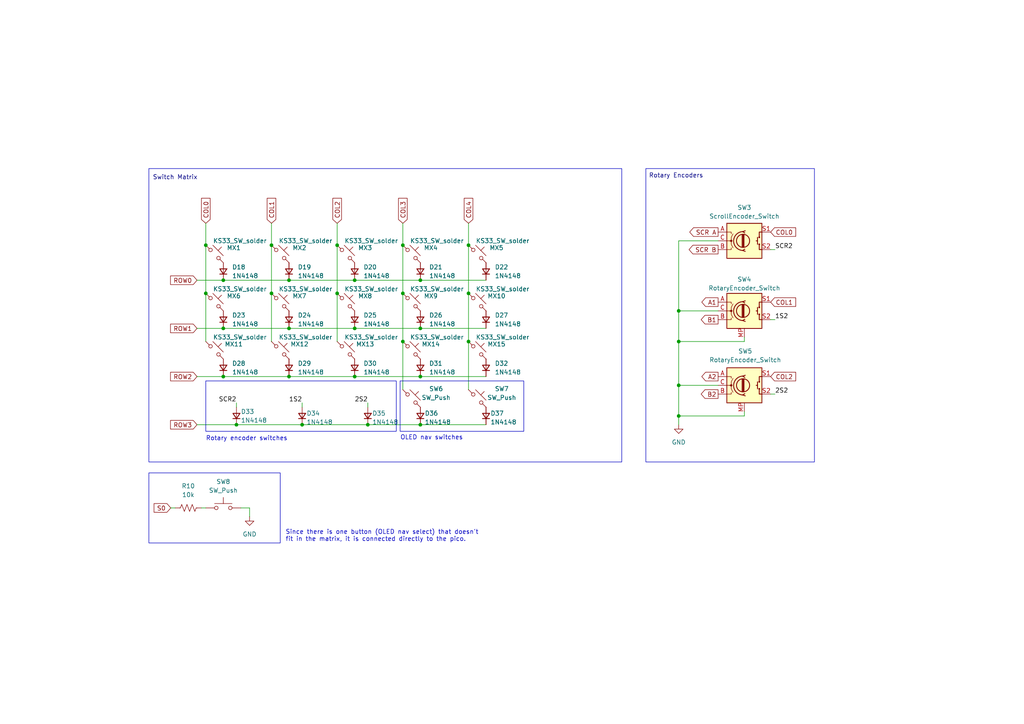
<source format=kicad_sch>
(kicad_sch (version 20250114) (generator "eeschema") (generator_version "9.0")
  (paper "A4")
  (lib_symbols
    (symbol "Device:D_Small" (pin_numbers (hide yes)) (pin_names (offset 0.254) (hide yes))
      (property "Reference" "D" (at -1.27 2.032 0))
      (property "Value" "D_Small" (at -3.81 -2.032 0))
      (symbol "D_Small_0_1"
        (polyline (pts (xy -0.762 0) (xy 0.762 0)))
        (polyline (pts (xy -0.762 -1.016) (xy -0.762 1.016)) (stroke (width 0.254)))
        (polyline (pts (xy 0.762 -1.016) (xy -0.762 0) (xy 0.762 1.016) (xy 0.762 -1.016)) (stroke (width 0.254)))
      )
      (symbol "D_Small_1_1"
        (pin passive line (at -2.54 0 0) (length 1.778) (name "K") (number "1"))
        (pin passive line (at 2.54 0 180) (length 1.778) (name "A") (number "2"))
      )
    )
    (symbol "Device:R_US" (pin_numbers (hide yes)) (pin_names (offset 0))
      (property "Reference" "R" (at 2.54 0 90))
      (property "Value" "R_US" (at -2.54 0 90))
      (symbol "R_US_0_1"
        (polyline (pts (xy 0 2.286) (xy 0 2.54)))
        (polyline (pts (xy 0 2.286) (xy 1.016 1.905) (xy 0 1.524) (xy -1.016 1.143) (xy 0 0.762)))
        (polyline (pts (xy 0 0.762) (xy 1.016 0.381) (xy 0 0) (xy -1.016 -0.381) (xy 0 -0.762)))
        (polyline (pts (xy 0 -0.762) (xy 1.016 -1.143) (xy 0 -1.524) (xy -1.016 -1.905) (xy 0 -2.286)))
        (polyline (pts (xy 0 -2.286) (xy 0 -2.54)))
      )
      (symbol "R_US_1_1"
        (pin passive line (at 0 3.81 270) (length 1.27) (name "~") (number "1"))
        (pin passive line (at 0 -3.81 90) (length 1.27) (name "~") (number "2"))
      )
    )
    (symbol "Device:RotaryEncoder_Switch" (pin_names (offset 0.254) (hide yes))
      (property "Reference" "SW" (at 0 6.604 0))
      (property "Value" "RotaryEncoder_Switch" (at 0 -6.604 0))
      (symbol "RotaryEncoder_Switch_0_1"
        (rectangle (start -5.08 5.08) (end 5.08 -5.08) (stroke (width 0.254)) (fill (type background)))
        (polyline (pts (xy -5.08 2.54) (xy -3.81 2.54) (xy -3.81 2.032)))
        (polyline (pts (xy -5.08 0) (xy -3.81 0) (xy -3.81 -1.016) (xy -3.302 -2.032)))
        (polyline (pts (xy -5.08 -2.54) (xy -3.81 -2.54) (xy -3.81 -2.032)))
        (polyline (pts (xy -4.318 0) (xy -3.81 0) (xy -3.81 1.016) (xy -3.302 2.032)))
        (circle (center -3.81 0) (radius 0.254) (fill (type outline)))
        (polyline (pts (xy -0.635 -1.778) (xy -0.635 1.778)) (stroke (width 0.254)))
        (circle (center -0.381 0) (radius 1.905) (stroke (width 0.254)))
        (polyline (pts (xy -0.381 -1.778) (xy -0.381 1.778)) (stroke (width 0.254)))
        (arc (start -0.381 -2.794) (mid -3.0988 -0.0635) (end -0.381 2.667) (stroke (width 0.254)))
        (polyline (pts (xy -0.127 1.778) (xy -0.127 -1.778)) (stroke (width 0.254)))
        (polyline (pts (xy 0.254 2.921) (xy -0.508 2.667) (xy 0.127 2.286)) (stroke (width 0.254)))
        (polyline (pts (xy 0.254 -3.048) (xy -0.508 -2.794) (xy 0.127 -2.413)) (stroke (width 0.254)))
        (polyline (pts (xy 3.81 1.016) (xy 3.81 -1.016)) (stroke (width 0.254)))
        (polyline (pts (xy 3.81 0) (xy 3.429 0)) (stroke (width 0.254)))
        (circle (center 4.318 1.016) (radius 0.127) (stroke (width 0.254)))
        (circle (center 4.318 -1.016) (radius 0.127) (stroke (width 0.254)))
        (polyline (pts (xy 5.08 2.54) (xy 4.318 2.54) (xy 4.318 1.016)) (stroke (width 0.254)))
        (polyline (pts (xy 5.08 -2.54) (xy 4.318 -2.54) (xy 4.318 -1.016)) (stroke (width 0.254)))
      )
      (symbol "RotaryEncoder_Switch_1_1"
        (pin passive line (at -7.62 2.54 0) (length 2.54) (name "A") (number "A"))
        (pin passive line (at -7.62 0 0) (length 2.54) (name "C") (number "C"))
        (pin passive line (at -7.62 -2.54 0) (length 2.54) (name "B") (number "B"))
        (pin passive line (at 7.62 2.54 180) (length 2.54) (name "S1") (number "S1"))
        (pin passive line (at 7.62 -2.54 180) (length 2.54) (name "S2") (number "S2"))
      )
    )
    (symbol "Device:RotaryEncoder_Switch_MP" (pin_names (offset 0.254) (hide yes))
      (property "Reference" "SW" (at 0 8.89 0))
      (property "Value" "RotaryEncoder_Switch_MP" (at 0 6.35 0))
      (symbol "RotaryEncoder_Switch_MP_0_1"
        (rectangle (start -5.08 5.08) (end 5.08 -5.08) (stroke (width 0.254)) (fill (type background)))
        (polyline (pts (xy -5.08 2.54) (xy -3.81 2.54) (xy -3.81 2.032)))
        (polyline (pts (xy -5.08 0) (xy -3.81 0) (xy -3.81 -1.016) (xy -3.302 -2.032)))
        (polyline (pts (xy -5.08 -2.54) (xy -3.81 -2.54) (xy -3.81 -2.032)))
        (polyline (pts (xy -4.318 0) (xy -3.81 0) (xy -3.81 1.016) (xy -3.302 2.032)))
        (circle (center -3.81 0) (radius 0.254) (fill (type outline)))
        (polyline (pts (xy -0.635 -1.778) (xy -0.635 1.778)) (stroke (width 0.254)))
        (circle (center -0.381 0) (radius 1.905) (stroke (width 0.254)))
        (polyline (pts (xy -0.381 -1.778) (xy -0.381 1.778)) (stroke (width 0.254)))
        (arc (start -0.381 -2.794) (mid -3.0988 -0.0635) (end -0.381 2.667) (stroke (width 0.254)))
        (polyline (pts (xy -0.127 1.778) (xy -0.127 -1.778)) (stroke (width 0.254)))
        (polyline (pts (xy 0.254 2.921) (xy -0.508 2.667) (xy 0.127 2.286)) (stroke (width 0.254)))
        (polyline (pts (xy 0.254 -3.048) (xy -0.508 -2.794) (xy 0.127 -2.413)) (stroke (width 0.254)))
        (polyline (pts (xy 3.81 1.016) (xy 3.81 -1.016)) (stroke (width 0.254)))
        (polyline (pts (xy 3.81 0) (xy 3.429 0)) (stroke (width 0.254)))
        (circle (center 4.318 1.016) (radius 0.127) (stroke (width 0.254)))
        (circle (center 4.318 -1.016) (radius 0.127) (stroke (width 0.254)))
        (polyline (pts (xy 5.08 2.54) (xy 4.318 2.54) (xy 4.318 1.016)) (stroke (width 0.254)))
        (polyline (pts (xy 5.08 -2.54) (xy 4.318 -2.54) (xy 4.318 -1.016)) (stroke (width 0.254)))
      )
      (symbol "RotaryEncoder_Switch_MP_1_1"
        (pin passive line (at -7.62 2.54 0) (length 2.54) (name "A") (number "A"))
        (pin passive line (at -7.62 0 0) (length 2.54) (name "C") (number "C"))
        (pin passive line (at -7.62 -2.54 0) (length 2.54) (name "B") (number "B"))
        (pin passive line (at 0 -7.62 90) (length 2.54) (name "MP") (number "MP"))
        (pin passive line (at 7.62 2.54 180) (length 2.54) (name "S1") (number "S1"))
        (pin passive line (at 7.62 -2.54 180) (length 2.54) (name "S2") (number "S2"))
      )
    )
    (symbol "Switch:SW_Push" (pin_numbers (hide yes)) (pin_names (offset 1.016) (hide yes))
      (property "Reference" "SW" (at 1.27 2.54 0))
      (property "Value" "SW_Push" (at 0 -1.524 0))
      (symbol "SW_Push_0_1"
        (circle (center -2.032 0) (radius 0.508))
        (polyline (pts (xy 0 1.27) (xy 0 3.048)))
        (circle (center 2.032 0) (radius 0.508))
        (polyline (pts (xy 2.54 1.27) (xy -2.54 1.27)))
        (pin passive line (at -5.08 0 0) (length 2.54) (name "1") (number "1"))
        (pin passive line (at 5.08 0 180) (length 2.54) (name "2") (number "2"))
      )
    )
    (symbol "Switch:SW_Push_45deg" (pin_numbers (hide yes)) (pin_names (offset 1.016) (hide yes))
      (property "Reference" "SW" (at 3.048 1.016 0))
      (property "Value" "SW_Push_45deg" (at 0 -3.81 0))
      (symbol "SW_Push_45deg_0_1"
        (polyline (pts (xy -2.54 2.54) (xy -1.524 1.524) (xy -1.524 1.524)))
        (circle (center -1.1684 1.1684) (radius 0.508))
        (polyline (pts (xy -0.508 2.54) (xy 2.54 -0.508)))
        (polyline (pts (xy 1.016 1.016) (xy 2.032 2.032)))
        (circle (center 1.143 -1.1938) (radius 0.508))
        (polyline (pts (xy 1.524 -1.524) (xy 2.54 -2.54) (xy 2.54 -2.54) (xy 2.54 -2.54)))
        (pin passive line (at -2.54 2.54 0) (length 0) (name "1") (number "1"))
        (pin passive line (at 2.54 -2.54 180) (length 0) (name "2") (number "2"))
      )
    )
    (symbol "power:GND" (power) (pin_numbers (hide yes)) (pin_names (offset 0) (hide yes))
      (property "Value" "GND" (at 0 -3.81 0))
      (symbol "GND_0_1"
        (polyline (pts (xy 0 0) (xy 0 -1.27) (xy 1.27 -1.27) (xy 0 -2.54) (xy -1.27 -1.27) (xy 0 -1.27)))
      )
      (symbol "GND_1_1"
        (pin power_in line (at 0 0 270) (length 0) (name "~") (number "1"))
      )
    )
  )
  (rectangle (start 116.0463 110.49) (end 151.9237 125.095))
  (rectangle (start 43.18 48.895) (end 180.34 133.985))
  (rectangle (start 59.69 110.4899) (end 114.935 125.0949))
  (rectangle (start 43.18 137.16) (end 81.28 157.48))
  (rectangle (start 187.325 48.895) (end 236.22 133.985))
  (text "Rotary encoder switches" (at 59.69 127.254 0) (effects (font (size 1.27 1.27)) (justify left)))
  (text "OLED nav switches" (at 116.078 127 0) (effects (font (size 1.27 1.27)) (justify left)))
  (text "Rotary Encoders" (at 196.088 51.054 0) (effects (font (size 1.27 1.27))))
  (text "Since there is one button (OLED nav select) that doesn't\nfit in the matrix, it is connected directly to the pico." (at 82.804 155.448 0) (effects (font (size 1.27 1.27)) (justify left)))
  (text "Switch Matrix" (at 50.8 51.562 0) (effects (font (size 1.27 1.27))))
  (junction (at 78.74 71.12))
  (junction (at 121.92 95.25))
  (junction (at 121.92 123.19))
  (junction (at 116.84 99.06))
  (junction (at 59.69 71.12))
  (junction (at 64.77 109.22))
  (junction (at 102.87 109.22))
  (junction (at 83.82 81.28))
  (junction (at 87.63 123.19))
  (junction (at 102.87 95.25))
  (junction (at 196.85 120.65))
  (junction (at 116.84 85.09))
  (junction (at 196.85 111.76))
  (junction (at 78.74 85.09))
  (junction (at 83.82 95.25))
  (junction (at 121.92 81.28))
  (junction (at 121.92 109.22))
  (junction (at 135.89 71.12))
  (junction (at 106.68 123.19))
  (junction (at 97.79 71.12))
  (junction (at 116.84 71.12))
  (junction (at 135.89 99.06))
  (junction (at 83.82 109.22))
  (junction (at 135.89 85.09))
  (junction (at 64.77 81.28))
  (junction (at 64.77 95.25))
  (junction (at 68.58 123.19))
  (junction (at 97.79 85.09))
  (junction (at 102.87 81.28))
  (junction (at 59.69 85.09))
  (junction (at 196.85 90.17))
  (junction (at 196.85 99.06))
  (wire (pts (xy 59.69 147.32) (xy 58.42 147.32)))
  (wire (pts (xy 59.69 64.77) (xy 59.69 71.12)))
  (wire (pts (xy 57.15 81.28) (xy 64.77 81.28)))
  (wire (pts (xy 57.15 123.19) (xy 68.58 123.19)))
  (wire (pts (xy 121.92 109.22) (xy 140.97 109.22)))
  (wire (pts (xy 64.77 109.22) (xy 83.82 109.22)))
  (wire (pts (xy 78.74 85.09) (xy 78.74 99.06)))
  (wire (pts (xy 59.69 85.09) (xy 59.69 99.06)))
  (wire (pts (xy 121.92 81.28) (xy 140.97 81.28)))
  (wire (pts (xy 72.39 147.32) (xy 72.39 149.86)))
  (wire (pts (xy 68.58 123.19) (xy 87.63 123.19)))
  (wire (pts (xy 196.85 99.06) (xy 196.85 111.76)))
  (wire (pts (xy 135.89 64.77) (xy 135.89 71.12)))
  (wire (pts (xy 224.79 114.3) (xy 223.52 114.3)))
  (wire (pts (xy 57.15 109.22) (xy 64.77 109.22)))
  (wire (pts (xy 196.85 99.06) (xy 215.9 99.06)))
  (wire (pts (xy 64.77 81.28) (xy 83.82 81.28)))
  (wire (pts (xy 196.85 69.85) (xy 208.28 69.85)))
  (wire (pts (xy 208.28 111.76) (xy 196.85 111.76)))
  (wire (pts (xy 69.85 147.32) (xy 72.39 147.32)))
  (wire (pts (xy 121.92 123.19) (xy 140.97 123.19)))
  (wire (pts (xy 102.87 81.28) (xy 121.92 81.28)))
  (wire (pts (xy 116.84 85.09) (xy 116.84 99.06)))
  (wire (pts (xy 59.69 71.12) (xy 59.69 85.09)))
  (wire (pts (xy 83.82 81.28) (xy 102.87 81.28)))
  (wire (pts (xy 97.79 71.12) (xy 97.79 85.09)))
  (wire (pts (xy 215.9 119.38) (xy 215.9 120.65)))
  (wire (pts (xy 83.82 109.22) (xy 102.87 109.22)))
  (wire (pts (xy 224.79 72.39) (xy 223.52 72.39)))
  (wire (pts (xy 87.63 123.19) (xy 106.68 123.19)))
  (wire (pts (xy 121.92 95.25) (xy 140.97 95.25)))
  (wire (pts (xy 102.87 109.22) (xy 121.92 109.22)))
  (wire (pts (xy 196.85 90.17) (xy 208.28 90.17)))
  (wire (pts (xy 215.9 97.79) (xy 215.9 99.06)))
  (wire (pts (xy 116.84 64.77) (xy 116.84 71.12)))
  (wire (pts (xy 106.68 123.19) (xy 121.92 123.19)))
  (wire (pts (xy 87.63 116.84) (xy 87.63 118.11)))
  (wire (pts (xy 196.85 69.85) (xy 196.85 90.17)))
  (wire (pts (xy 97.79 64.77) (xy 97.79 71.12)))
  (wire (pts (xy 196.85 111.76) (xy 196.85 120.65)))
  (wire (pts (xy 57.15 95.25) (xy 64.77 95.25)))
  (wire (pts (xy 215.9 120.65) (xy 196.85 120.65)))
  (wire (pts (xy 68.58 116.84) (xy 68.58 118.11)))
  (wire (pts (xy 116.84 99.06) (xy 116.84 113.03)))
  (wire (pts (xy 106.68 116.84) (xy 106.68 118.11)))
  (wire (pts (xy 196.85 90.17) (xy 196.85 99.06)))
  (wire (pts (xy 83.82 95.25) (xy 102.87 95.25)))
  (wire (pts (xy 135.89 99.06) (xy 135.89 113.03)))
  (wire (pts (xy 135.89 85.09) (xy 135.89 99.06)))
  (wire (pts (xy 224.79 92.71) (xy 223.52 92.71)))
  (wire (pts (xy 78.74 71.12) (xy 78.74 85.09)))
  (wire (pts (xy 49.53 147.32) (xy 50.8 147.32)))
  (wire (pts (xy 102.87 95.25) (xy 121.92 95.25)))
  (wire (pts (xy 64.77 95.25) (xy 83.82 95.25)))
  (wire (pts (xy 116.84 71.12) (xy 116.84 85.09)))
  (wire (pts (xy 78.74 64.77) (xy 78.74 71.12)))
  (wire (pts (xy 135.89 71.12) (xy 135.89 85.09)))
  (wire (pts (xy 97.79 85.09) (xy 97.79 99.06)))
  (wire (pts (xy 196.85 120.65) (xy 196.85 123.19)))
  (label "1S2" (at 87.63 116.84 180))
  (label "SCR2" (at 224.79 72.39 0))
  (label "SCR2" (at 68.58 116.84 180))
  (label "2S2" (at 106.68 116.84 180))
  (label "2S2" (at 224.79 114.3 0))
  (label "1S2" (at 224.79 92.71 0))
  (global_label "B2" (shape output) (at 208.28 114.3 180) (property "Intersheetrefs" "${INTERSHEET_REFS}" (effects (hide yes))))
  (global_label "SCR A" (shape output) (at 208.28 67.31 180) (property "Intersheetrefs" "${INTERSHEET_REFS}" (effects (hide yes))))
  (global_label "A1" (shape output) (at 208.28 87.63 180) (property "Intersheetrefs" "${INTERSHEET_REFS}" (effects (hide yes))))
  (global_label "ROW2" (shape input) (at 57.15 109.22 180) (property "Intersheetrefs" "${INTERSHEET_REFS}" (effects (hide yes))))
  (global_label "COL4" (shape input) (at 135.89 64.77 90) (property "Intersheetrefs" "${INTERSHEET_REFS}" (effects (hide yes))))
  (global_label "S0" (shape input) (at 49.53 147.32 180) (property "Intersheetrefs" "${INTERSHEET_REFS}" (effects (hide yes))))
  (global_label "COL1" (shape input) (at 78.74 64.77 90) (property "Intersheetrefs" "${INTERSHEET_REFS}" (effects (hide yes))))
  (global_label "A2" (shape output) (at 208.28 109.22 180) (property "Intersheetrefs" "${INTERSHEET_REFS}" (effects (hide yes))))
  (global_label "COL0" (shape input) (at 223.52 67.31 0) (property "Intersheetrefs" "${INTERSHEET_REFS}" (effects (hide yes))))
  (global_label "COL2" (shape input) (at 97.79 64.77 90) (property "Intersheetrefs" "${INTERSHEET_REFS}" (effects (hide yes))))
  (global_label "COL0" (shape input) (at 59.69 64.77 90) (property "Intersheetrefs" "${INTERSHEET_REFS}" (effects (hide yes))))
  (global_label "SCR B" (shape output) (at 208.28 72.39 180) (property "Intersheetrefs" "${INTERSHEET_REFS}" (effects (hide yes))))
  (global_label "B1" (shape output) (at 208.28 92.71 180) (property "Intersheetrefs" "${INTERSHEET_REFS}" (effects (hide yes))))
  (global_label "ROW1" (shape input) (at 57.15 95.25 180) (property "Intersheetrefs" "${INTERSHEET_REFS}" (effects (hide yes))))
  (global_label "COL1" (shape input) (at 223.52 87.63 0) (property "Intersheetrefs" "${INTERSHEET_REFS}" (effects (hide yes))))
  (global_label "COL3" (shape input) (at 116.84 64.77 90) (property "Intersheetrefs" "${INTERSHEET_REFS}" (effects (hide yes))))
  (global_label "ROW3" (shape input) (at 57.15 123.19 180) (property "Intersheetrefs" "${INTERSHEET_REFS}" (effects (hide yes))))
  (global_label "ROW0" (shape input) (at 57.15 81.28 180) (property "Intersheetrefs" "${INTERSHEET_REFS}" (effects (hide yes))))
  (global_label "COL2" (shape input) (at 223.52 109.22 0) (property "Intersheetrefs" "${INTERSHEET_REFS}" (effects (hide yes))))
  (symbol (lib_id "Device:RotaryEncoder_Switch") (at 215.9 69.85 0) (unit 1)
    (property "Reference" "SW3" (at 215.9 60.198 0))
    (property "Value" "ScrollEncoder_Switch" (at 215.9 62.738 0))
    (property "Footprint" "macropad_components:CKW12" (effects (hide yes)))
    (property "Description" "Rotary encoder, dual channel, incremental quadrate outputs, with switch" (effects (hide yes)))
  )
  (symbol (lib_id "Switch:SW_Push_45deg") (at 81.28 101.6 0) (unit 1)
    (property "Reference" "MX12" (at 86.868 99.822 0))
    (property "Value" "KS33_SW_solder" (at 88.646 97.79 0))
    (property "Footprint" "macropad_components:SW_KS33_1u" (effects (hide yes)))
    (property "Description" "Push button switch, normally open, two pins, 45° tilted" (effects (hide yes)))
  )
  (symbol (lib_id "Switch:SW_Push_45deg") (at 119.38 87.63 0) (unit 1)
    (property "Reference" "MX9" (at 124.968 85.852 0))
    (property "Value" "KS33_SW_solder" (at 126.746 83.82 0))
    (property "Footprint" "macropad_components:SW_KS33_1u" (effects (hide yes)))
    (property "Description" "Push button switch, normally open, two pins, 45° tilted" (effects (hide yes)))
  )
  (symbol (lib_id "Device:RotaryEncoder_Switch_MP") (at 215.9 90.17 0) (unit 1)
    (property "Reference" "SW4" (at 215.9 81.026 0))
    (property "Value" "RotaryEncoder_Switch" (at 215.9 83.566 0))
    (property "Footprint" "Rotary_Encoder:RotaryEncoder_Alps_EC11E-Switch_Vertical_H20mm" (effects (hide yes)))
    (property "Description" "Rotary encoder, dual channel, incremental quadrate outputs, with switch and MP Pin" (effects (hide yes)))
  )
  (symbol (lib_id "Device:D_Small") (at 83.82 92.71 90) (unit 1)
    (property "Reference" "D24" (at 86.36 91.4399 90) (effects (justify right)))
    (property "Value" "1N4148" (at 86.36 93.9799 90) (effects (justify right)))
    (property "Footprint" "macropad_components:Diode_DO-35" (effects (hide yes)))
    (property "Description" "Diode, small symbol" (effects (hide yes)))
    (property "Sim.Device" "D" (effects (hide yes)))
    (property "Sim.Pins" "1=K 2=A" (effects (hide yes)))
    (property "MF" "onsemi" (effects (hide yes)))
    (property "MAXIMUM_PACKAGE_HEIGHT" "1.91mm" (effects (hide yes)))
    (property "Package" "AXIAL LEAD-2 ON Semiconductor" (effects (hide yes)))
    (property "Price" "None" (effects (hide yes)))
    (property "Check_prices" "https://www.snapeda.com/parts/1N4148/Onsemi/view-part/?ref=eda" (effects (hide yes)))
    (property "STANDARD" "IPC-7351B" (effects (hide yes)))
    (property "PARTREV" "5" (effects (hide yes)))
    (property "SnapEDA_Link" "https://www.snapeda.com/parts/1N4148/Onsemi/view-part/?ref=snap" (effects (hide yes)))
    (property "MP" "1N4148" (effects (hide yes)))
    (property "Description_1" "Diode Standard 75V 200mA Surface Mount SOD-523F" (effects (hide yes)))
    (property "Availability" "In Stock" (effects (hide yes)))
    (property "MANUFACTURER" "Onsemi" (effects (hide yes)))
  )
  (symbol (lib_id "Device:RotaryEncoder_Switch_MP") (at 215.9 111.76 0) (unit 1)
    (property "Reference" "SW5" (at 216.154 101.854 0))
    (property "Value" "RotaryEncoder_Switch" (at 216.154 104.394 0))
    (property "Footprint" "Rotary_Encoder:RotaryEncoder_Alps_EC11E-Switch_Vertical_H20mm" (effects (hide yes)))
    (property "Description" "Rotary encoder, dual channel, incremental quadrate outputs, with switch and MP Pin" (effects (hide yes)))
  )
  (symbol (lib_id "Switch:SW_Push_45deg") (at 100.33 101.6 0) (unit 1)
    (property "Reference" "MX13" (at 105.918 99.822 0))
    (property "Value" "KS33_SW_solder" (at 107.696 97.79 0))
    (property "Footprint" "macropad_components:SW_KS33_1u" (effects (hide yes)))
    (property "Description" "Push button switch, normally open, two pins, 45° tilted" (effects (hide yes)))
  )
  (symbol (lib_id "Device:D_Small") (at 102.87 106.68 90) (unit 1)
    (property "Reference" "D30" (at 105.41 105.4099 90) (effects (justify right)))
    (property "Value" "1N4148" (at 105.41 107.9499 90) (effects (justify right)))
    (property "Footprint" "macropad_components:Diode_DO-35" (effects (hide yes)))
    (property "Description" "Diode, small symbol" (effects (hide yes)))
    (property "Sim.Device" "D" (effects (hide yes)))
    (property "Sim.Pins" "1=K 2=A" (effects (hide yes)))
    (property "MF" "onsemi" (effects (hide yes)))
    (property "MAXIMUM_PACKAGE_HEIGHT" "1.91mm" (effects (hide yes)))
    (property "Package" "AXIAL LEAD-2 ON Semiconductor" (effects (hide yes)))
    (property "Price" "None" (effects (hide yes)))
    (property "Check_prices" "https://www.snapeda.com/parts/1N4148/Onsemi/view-part/?ref=eda" (effects (hide yes)))
    (property "STANDARD" "IPC-7351B" (effects (hide yes)))
    (property "PARTREV" "5" (effects (hide yes)))
    (property "SnapEDA_Link" "https://www.snapeda.com/parts/1N4148/Onsemi/view-part/?ref=snap" (effects (hide yes)))
    (property "MP" "1N4148" (effects (hide yes)))
    (property "Description_1" "Diode Standard 75V 200mA Surface Mount SOD-523F" (effects (hide yes)))
    (property "Availability" "In Stock" (effects (hide yes)))
    (property "MANUFACTURER" "Onsemi" (effects (hide yes)))
  )
  (symbol (lib_id "Device:D_Small") (at 121.92 106.68 90) (unit 1)
    (property "Reference" "D31" (at 124.46 105.4099 90) (effects (justify right)))
    (property "Value" "1N4148" (at 124.46 107.9499 90) (effects (justify right)))
    (property "Footprint" "macropad_components:Diode_DO-35" (effects (hide yes)))
    (property "Description" "Diode, small symbol" (effects (hide yes)))
    (property "Sim.Device" "D" (effects (hide yes)))
    (property "Sim.Pins" "1=K 2=A" (effects (hide yes)))
    (property "MF" "onsemi" (effects (hide yes)))
    (property "MAXIMUM_PACKAGE_HEIGHT" "1.91mm" (effects (hide yes)))
    (property "Package" "AXIAL LEAD-2 ON Semiconductor" (effects (hide yes)))
    (property "Price" "None" (effects (hide yes)))
    (property "Check_prices" "https://www.snapeda.com/parts/1N4148/Onsemi/view-part/?ref=eda" (effects (hide yes)))
    (property "STANDARD" "IPC-7351B" (effects (hide yes)))
    (property "PARTREV" "5" (effects (hide yes)))
    (property "SnapEDA_Link" "https://www.snapeda.com/parts/1N4148/Onsemi/view-part/?ref=snap" (effects (hide yes)))
    (property "MP" "1N4148" (effects (hide yes)))
    (property "Description_1" "Diode Standard 75V 200mA Surface Mount SOD-523F" (effects (hide yes)))
    (property "Availability" "In Stock" (effects (hide yes)))
    (property "MANUFACTURER" "Onsemi" (effects (hide yes)))
  )
  (symbol (lib_id "Device:D_Small") (at 106.68 120.65 90) (unit 1)
    (property "Reference" "D35" (at 107.95 119.888 90) (effects (justify right)))
    (property "Value" "1N4148" (at 107.95 122.428 90) (effects (justify right)))
    (property "Footprint" "macropad_components:Diode_DO-35" (effects (hide yes)))
    (property "Description" "Diode, small symbol" (effects (hide yes)))
    (property "MF" "onsemi" (effects (hide yes)))
    (property "MAXIMUM_PACKAGE_HEIGHT" "1.91mm" (effects (hide yes)))
    (property "Package" "AXIAL LEAD-2 ON Semiconductor" (effects (hide yes)))
    (property "Price" "None" (effects (hide yes)))
    (property "Check_prices" "https://www.snapeda.com/parts/1N4148/Onsemi/view-part/?ref=eda" (effects (hide yes)))
    (property "STANDARD" "IPC-7351B" (effects (hide yes)))
    (property "PARTREV" "5" (effects (hide yes)))
    (property "SnapEDA_Link" "https://www.snapeda.com/parts/1N4148/Onsemi/view-part/?ref=snap" (effects (hide yes)))
    (property "MP" "1N4148" (effects (hide yes)))
    (property "Description_1" "Diode Standard 75V 200mA Surface Mount SOD-523F" (effects (hide yes)))
    (property "Availability" "In Stock" (effects (hide yes)))
    (property "MANUFACTURER" "Onsemi" (effects (hide yes)))
    (property "Sim.Device" "D" (effects (hide yes)))
    (property "Sim.Pins" "1=K 2=A" (effects (hide yes)))
  )
  (symbol (lib_id "Device:D_Small") (at 68.58 120.65 90) (unit 1)
    (property "Reference" "D33" (at 69.85 119.38 90) (effects (justify right)))
    (property "Value" "1N4148" (at 69.85 121.92 90) (effects (justify right)))
    (property "Footprint" "macropad_components:Diode_DO-35" (effects (hide yes)))
    (property "Description" "Diode, small symbol" (effects (hide yes)))
    (property "MF" "onsemi" (effects (hide yes)))
    (property "MAXIMUM_PACKAGE_HEIGHT" "1.91mm" (effects (hide yes)))
    (property "Package" "AXIAL LEAD-2 ON Semiconductor" (effects (hide yes)))
    (property "Price" "None" (effects (hide yes)))
    (property "Check_prices" "https://www.snapeda.com/parts/1N4148/Onsemi/view-part/?ref=eda" (effects (hide yes)))
    (property "STANDARD" "IPC-7351B" (effects (hide yes)))
    (property "PARTREV" "5" (effects (hide yes)))
    (property "SnapEDA_Link" "https://www.snapeda.com/parts/1N4148/Onsemi/view-part/?ref=snap" (effects (hide yes)))
    (property "MP" "1N4148" (effects (hide yes)))
    (property "Description_1" "Diode Standard 75V 200mA Surface Mount SOD-523F" (effects (hide yes)))
    (property "Availability" "In Stock" (effects (hide yes)))
    (property "MANUFACTURER" "Onsemi" (effects (hide yes)))
    (property "Sim.Device" "D" (effects (hide yes)))
    (property "Sim.Pins" "1=K 2=A" (effects (hide yes)))
  )
  (symbol (lib_id "Device:D_Small") (at 64.77 92.71 90) (unit 1)
    (property "Reference" "D23" (at 67.31 91.4399 90) (effects (justify right)))
    (property "Value" "1N4148" (at 67.31 93.9799 90) (effects (justify right)))
    (property "Footprint" "macropad_components:Diode_DO-35" (effects (hide yes)))
    (property "Description" "Diode, small symbol" (effects (hide yes)))
    (property "Sim.Device" "D" (effects (hide yes)))
    (property "Sim.Pins" "1=K 2=A" (effects (hide yes)))
    (property "MF" "onsemi" (effects (hide yes)))
    (property "MAXIMUM_PACKAGE_HEIGHT" "1.91mm" (effects (hide yes)))
    (property "Package" "AXIAL LEAD-2 ON Semiconductor" (effects (hide yes)))
    (property "Price" "None" (effects (hide yes)))
    (property "Check_prices" "https://www.snapeda.com/parts/1N4148/Onsemi/view-part/?ref=eda" (effects (hide yes)))
    (property "STANDARD" "IPC-7351B" (effects (hide yes)))
    (property "PARTREV" "5" (effects (hide yes)))
    (property "SnapEDA_Link" "https://www.snapeda.com/parts/1N4148/Onsemi/view-part/?ref=snap" (effects (hide yes)))
    (property "MP" "1N4148" (effects (hide yes)))
    (property "Description_1" "Diode Standard 75V 200mA Surface Mount SOD-523F" (effects (hide yes)))
    (property "Availability" "In Stock" (effects (hide yes)))
    (property "MANUFACTURER" "Onsemi" (effects (hide yes)))
  )
  (symbol (lib_id "Device:D_Small") (at 121.92 78.74 90) (unit 1)
    (property "Reference" "D21" (at 124.46 77.4699 90) (effects (justify right)))
    (property "Value" "1N4148" (at 124.46 80.0099 90) (effects (justify right)))
    (property "Footprint" "macropad_components:Diode_DO-35" (effects (hide yes)))
    (property "Description" "Diode, small symbol" (effects (hide yes)))
    (property "Sim.Device" "D" (effects (hide yes)))
    (property "Sim.Pins" "1=K 2=A" (effects (hide yes)))
    (property "MF" "onsemi" (effects (hide yes)))
    (property "MAXIMUM_PACKAGE_HEIGHT" "1.91mm" (effects (hide yes)))
    (property "Package" "AXIAL LEAD-2 ON Semiconductor" (effects (hide yes)))
    (property "Price" "None" (effects (hide yes)))
    (property "Check_prices" "https://www.snapeda.com/parts/1N4148/Onsemi/view-part/?ref=eda" (effects (hide yes)))
    (property "STANDARD" "IPC-7351B" (effects (hide yes)))
    (property "PARTREV" "5" (effects (hide yes)))
    (property "SnapEDA_Link" "https://www.snapeda.com/parts/1N4148/Onsemi/view-part/?ref=snap" (effects (hide yes)))
    (property "MP" "1N4148" (effects (hide yes)))
    (property "Description_1" "Diode Standard 75V 200mA Surface Mount SOD-523F" (effects (hide yes)))
    (property "Availability" "In Stock" (effects (hide yes)))
    (property "MANUFACTURER" "Onsemi" (effects (hide yes)))
  )
  (symbol (lib_id "Device:D_Small") (at 121.92 120.65 90) (unit 1)
    (property "Reference" "D36" (at 123.19 119.888 90) (effects (justify right)))
    (property "Value" "1N4148" (at 123.19 122.428 90) (effects (justify right)))
    (property "Footprint" "macropad_components:Diode_DO-35" (effects (hide yes)))
    (property "Description" "Diode, small symbol" (effects (hide yes)))
    (property "MF" "onsemi" (effects (hide yes)))
    (property "MAXIMUM_PACKAGE_HEIGHT" "1.91mm" (effects (hide yes)))
    (property "Package" "AXIAL LEAD-2 ON Semiconductor" (effects (hide yes)))
    (property "Price" "None" (effects (hide yes)))
    (property "Check_prices" "https://www.snapeda.com/parts/1N4148/Onsemi/view-part/?ref=eda" (effects (hide yes)))
    (property "STANDARD" "IPC-7351B" (effects (hide yes)))
    (property "PARTREV" "5" (effects (hide yes)))
    (property "SnapEDA_Link" "https://www.snapeda.com/parts/1N4148/Onsemi/view-part/?ref=snap" (effects (hide yes)))
    (property "MP" "1N4148" (effects (hide yes)))
    (property "Description_1" "Diode Standard 75V 200mA Surface Mount SOD-523F" (effects (hide yes)))
    (property "Availability" "In Stock" (effects (hide yes)))
    (property "MANUFACTURER" "Onsemi" (effects (hide yes)))
    (property "Sim.Device" "D" (effects (hide yes)))
    (property "Sim.Pins" "1=K 2=A" (effects (hide yes)))
  )
  (symbol (lib_id "Device:D_Small") (at 83.82 78.74 90) (unit 1)
    (property "Reference" "D19" (at 86.36 77.4699 90) (effects (justify right)))
    (property "Value" "1N4148" (at 86.36 80.0099 90) (effects (justify right)))
    (property "Footprint" "macropad_components:Diode_DO-35" (effects (hide yes)))
    (property "Description" "Diode, small symbol" (effects (hide yes)))
    (property "Sim.Device" "D" (effects (hide yes)))
    (property "Sim.Pins" "1=K 2=A" (effects (hide yes)))
    (property "MF" "onsemi" (effects (hide yes)))
    (property "MAXIMUM_PACKAGE_HEIGHT" "1.91mm" (effects (hide yes)))
    (property "Package" "AXIAL LEAD-2 ON Semiconductor" (effects (hide yes)))
    (property "Price" "None" (effects (hide yes)))
    (property "Check_prices" "https://www.snapeda.com/parts/1N4148/Onsemi/view-part/?ref=eda" (effects (hide yes)))
    (property "STANDARD" "IPC-7351B" (effects (hide yes)))
    (property "PARTREV" "5" (effects (hide yes)))
    (property "SnapEDA_Link" "https://www.snapeda.com/parts/1N4148/Onsemi/view-part/?ref=snap" (effects (hide yes)))
    (property "MP" "1N4148" (effects (hide yes)))
    (property "Description_1" "Diode Standard 75V 200mA Surface Mount SOD-523F" (effects (hide yes)))
    (property "Availability" "In Stock" (effects (hide yes)))
    (property "MANUFACTURER" "Onsemi" (effects (hide yes)))
  )
  (symbol (lib_id "Switch:SW_Push_45deg") (at 81.28 87.63 0) (unit 1)
    (property "Reference" "MX7" (at 86.868 85.852 0))
    (property "Value" "KS33_SW_solder" (at 88.646 83.82 0))
    (property "Footprint" "macropad_components:SW_KS33_1u" (effects (hide yes)))
    (property "Description" "Push button switch, normally open, two pins, 45° tilted" (effects (hide yes)))
  )
  (symbol (lib_id "Switch:SW_Push_45deg") (at 138.43 73.66 0) (unit 1)
    (property "Reference" "MX5" (at 144.018 71.882 0))
    (property "Value" "KS33_SW_solder" (at 145.796 69.85 0))
    (property "Footprint" "macropad_components:SW_KS33_1u" (effects (hide yes)))
    (property "Description" "Push button switch, normally open, two pins, 45° tilted" (effects (hide yes)))
  )
  (symbol (lib_id "Switch:SW_Push_45deg") (at 100.33 73.66 0) (unit 1)
    (property "Reference" "MX3" (at 105.918 71.882 0))
    (property "Value" "KS33_SW_solder" (at 107.696 69.85 0))
    (property "Footprint" "macropad_components:SW_KS33_1u" (effects (hide yes)))
    (property "Description" "Push button switch, normally open, two pins, 45° tilted" (effects (hide yes)))
  )
  (symbol (lib_id "Switch:SW_Push_45deg") (at 138.43 87.63 0) (unit 1)
    (property "Reference" "MX10" (at 144.018 85.852 0))
    (property "Value" "KS33_SW_solder" (at 145.796 83.82 0))
    (property "Footprint" "macropad_components:SW_KS33_1u" (effects (hide yes)))
    (property "Description" "Push button switch, normally open, two pins, 45° tilted" (effects (hide yes)))
  )
  (symbol (lib_id "Device:D_Small") (at 140.97 92.71 90) (unit 1)
    (property "Reference" "D27" (at 143.51 91.4399 90) (effects (justify right)))
    (property "Value" "1N4148" (at 143.51 93.9799 90) (effects (justify right)))
    (property "Footprint" "macropad_components:Diode_DO-35" (effects (hide yes)))
    (property "Description" "Diode, small symbol" (effects (hide yes)))
    (property "Sim.Device" "D" (effects (hide yes)))
    (property "Sim.Pins" "1=K 2=A" (effects (hide yes)))
    (property "MF" "onsemi" (effects (hide yes)))
    (property "MAXIMUM_PACKAGE_HEIGHT" "1.91mm" (effects (hide yes)))
    (property "Package" "AXIAL LEAD-2 ON Semiconductor" (effects (hide yes)))
    (property "Price" "None" (effects (hide yes)))
    (property "Check_prices" "https://www.snapeda.com/parts/1N4148/Onsemi/view-part/?ref=eda" (effects (hide yes)))
    (property "STANDARD" "IPC-7351B" (effects (hide yes)))
    (property "PARTREV" "5" (effects (hide yes)))
    (property "SnapEDA_Link" "https://www.snapeda.com/parts/1N4148/Onsemi/view-part/?ref=snap" (effects (hide yes)))
    (property "MP" "1N4148" (effects (hide yes)))
    (property "Description_1" "Diode Standard 75V 200mA Surface Mount SOD-523F" (effects (hide yes)))
    (property "Availability" "In Stock" (effects (hide yes)))
    (property "MANUFACTURER" "Onsemi" (effects (hide yes)))
  )
  (symbol (lib_id "Switch:SW_Push_45deg") (at 81.28 73.66 0) (unit 1)
    (property "Reference" "MX2" (at 86.868 71.882 0))
    (property "Value" "KS33_SW_solder" (at 88.646 69.85 0))
    (property "Footprint" "macropad_components:SW_KS33_1u" (effects (hide yes)))
    (property "Description" "Push button switch, normally open, two pins, 45° tilted" (effects (hide yes)))
  )
  (symbol (lib_id "Device:D_Small") (at 140.97 106.68 90) (unit 1)
    (property "Reference" "D32" (at 143.51 105.4099 90) (effects (justify right)))
    (property "Value" "1N4148" (at 143.51 107.9499 90) (effects (justify right)))
    (property "Footprint" "macropad_components:Diode_DO-35" (effects (hide yes)))
    (property "Description" "Diode, small symbol" (effects (hide yes)))
    (property "Sim.Device" "D" (effects (hide yes)))
    (property "Sim.Pins" "1=K 2=A" (effects (hide yes)))
    (property "MF" "onsemi" (effects (hide yes)))
    (property "MAXIMUM_PACKAGE_HEIGHT" "1.91mm" (effects (hide yes)))
    (property "Package" "AXIAL LEAD-2 ON Semiconductor" (effects (hide yes)))
    (property "Price" "None" (effects (hide yes)))
    (property "Check_prices" "https://www.snapeda.com/parts/1N4148/Onsemi/view-part/?ref=eda" (effects (hide yes)))
    (property "STANDARD" "IPC-7351B" (effects (hide yes)))
    (property "PARTREV" "5" (effects (hide yes)))
    (property "SnapEDA_Link" "https://www.snapeda.com/parts/1N4148/Onsemi/view-part/?ref=snap" (effects (hide yes)))
    (property "MP" "1N4148" (effects (hide yes)))
    (property "Description_1" "Diode Standard 75V 200mA Surface Mount SOD-523F" (effects (hide yes)))
    (property "Availability" "In Stock" (effects (hide yes)))
    (property "MANUFACTURER" "Onsemi" (effects (hide yes)))
  )
  (symbol (lib_id "Switch:SW_Push_45deg") (at 62.23 101.6 0) (unit 1)
    (property "Reference" "MX11" (at 67.818 99.822 0))
    (property "Value" "KS33_SW_solder" (at 69.596 97.79 0))
    (property "Footprint" "macropad_components:SW_KS33_1u" (effects (hide yes)))
    (property "Description" "Push button switch, normally open, two pins, 45° tilted" (effects (hide yes)))
  )
  (symbol (lib_id "Device:D_Small") (at 102.87 92.71 90) (unit 1)
    (property "Reference" "D25" (at 105.41 91.4399 90) (effects (justify right)))
    (property "Value" "1N4148" (at 105.41 93.9799 90) (effects (justify right)))
    (property "Footprint" "macropad_components:Diode_DO-35" (effects (hide yes)))
    (property "Description" "Diode, small symbol" (effects (hide yes)))
    (property "Sim.Device" "D" (effects (hide yes)))
    (property "Sim.Pins" "1=K 2=A" (effects (hide yes)))
    (property "MF" "onsemi" (effects (hide yes)))
    (property "MAXIMUM_PACKAGE_HEIGHT" "1.91mm" (effects (hide yes)))
    (property "Package" "AXIAL LEAD-2 ON Semiconductor" (effects (hide yes)))
    (property "Price" "None" (effects (hide yes)))
    (property "Check_prices" "https://www.snapeda.com/parts/1N4148/Onsemi/view-part/?ref=eda" (effects (hide yes)))
    (property "STANDARD" "IPC-7351B" (effects (hide yes)))
    (property "PARTREV" "5" (effects (hide yes)))
    (property "SnapEDA_Link" "https://www.snapeda.com/parts/1N4148/Onsemi/view-part/?ref=snap" (effects (hide yes)))
    (property "MP" "1N4148" (effects (hide yes)))
    (property "Description_1" "Diode Standard 75V 200mA Surface Mount SOD-523F" (effects (hide yes)))
    (property "Availability" "In Stock" (effects (hide yes)))
    (property "MANUFACTURER" "Onsemi" (effects (hide yes)))
  )
  (symbol (lib_id "Device:D_Small") (at 102.87 78.74 90) (unit 1)
    (property "Reference" "D20" (at 105.41 77.4699 90) (effects (justify right)))
    (property "Value" "1N4148" (at 105.41 80.0099 90) (effects (justify right)))
    (property "Footprint" "macropad_components:Diode_DO-35" (effects (hide yes)))
    (property "Description" "Diode, small symbol" (effects (hide yes)))
    (property "Sim.Device" "D" (effects (hide yes)))
    (property "Sim.Pins" "1=K 2=A" (effects (hide yes)))
    (property "MF" "onsemi" (effects (hide yes)))
    (property "MAXIMUM_PACKAGE_HEIGHT" "1.91mm" (effects (hide yes)))
    (property "Package" "AXIAL LEAD-2 ON Semiconductor" (effects (hide yes)))
    (property "Price" "None" (effects (hide yes)))
    (property "Check_prices" "https://www.snapeda.com/parts/1N4148/Onsemi/view-part/?ref=eda" (effects (hide yes)))
    (property "STANDARD" "IPC-7351B" (effects (hide yes)))
    (property "PARTREV" "5" (effects (hide yes)))
    (property "SnapEDA_Link" "https://www.snapeda.com/parts/1N4148/Onsemi/view-part/?ref=snap" (effects (hide yes)))
    (property "MP" "1N4148" (effects (hide yes)))
    (property "Description_1" "Diode Standard 75V 200mA Surface Mount SOD-523F" (effects (hide yes)))
    (property "Availability" "In Stock" (effects (hide yes)))
    (property "MANUFACTURER" "Onsemi" (effects (hide yes)))
  )
  (symbol (lib_id "Device:D_Small") (at 140.97 120.65 90) (unit 1)
    (property "Reference" "D37" (at 142.24 119.888 90) (effects (justify right)))
    (property "Value" "1N4148" (at 142.24 122.428 90) (effects (justify right)))
    (property "Footprint" "macropad_components:Diode_DO-35" (effects (hide yes)))
    (property "Description" "Diode, small symbol" (effects (hide yes)))
    (property "MF" "onsemi" (effects (hide yes)))
    (property "MAXIMUM_PACKAGE_HEIGHT" "1.91mm" (effects (hide yes)))
    (property "Package" "AXIAL LEAD-2 ON Semiconductor" (effects (hide yes)))
    (property "Price" "None" (effects (hide yes)))
    (property "Check_prices" "https://www.snapeda.com/parts/1N4148/Onsemi/view-part/?ref=eda" (effects (hide yes)))
    (property "STANDARD" "IPC-7351B" (effects (hide yes)))
    (property "PARTREV" "5" (effects (hide yes)))
    (property "SnapEDA_Link" "https://www.snapeda.com/parts/1N4148/Onsemi/view-part/?ref=snap" (effects (hide yes)))
    (property "MP" "1N4148" (effects (hide yes)))
    (property "Description_1" "Diode Standard 75V 200mA Surface Mount SOD-523F" (effects (hide yes)))
    (property "Availability" "In Stock" (effects (hide yes)))
    (property "MANUFACTURER" "Onsemi" (effects (hide yes)))
    (property "Sim.Device" "D" (effects (hide yes)))
    (property "Sim.Pins" "1=K 2=A" (effects (hide yes)))
  )
  (symbol (lib_id "Device:R_US") (at 54.61 147.32 90) (unit 1)
    (property "Reference" "R10" (at 54.61 140.97 90))
    (property "Value" "10k" (at 54.61 143.51 90))
    (property "Footprint" "Resistor_THT:R_Axial_DIN0207_L6.3mm_D2.5mm_P10.16mm_Horizontal" (effects (hide yes)))
    (property "Description" "Resistor, US symbol" (effects (hide yes)))
  )
  (symbol (lib_id "Device:D_Small") (at 87.63 120.65 90) (unit 1)
    (property "Reference" "D34" (at 88.9 119.888 90) (effects (justify right)))
    (property "Value" "1N4148" (at 88.9 122.428 90) (effects (justify right)))
    (property "Footprint" "macropad_components:Diode_DO-35" (effects (hide yes)))
    (property "Description" "Diode, small symbol" (effects (hide yes)))
    (property "MF" "onsemi" (effects (hide yes)))
    (property "MAXIMUM_PACKAGE_HEIGHT" "1.91mm" (effects (hide yes)))
    (property "Package" "AXIAL LEAD-2 ON Semiconductor" (effects (hide yes)))
    (property "Price" "None" (effects (hide yes)))
    (property "Check_prices" "https://www.snapeda.com/parts/1N4148/Onsemi/view-part/?ref=eda" (effects (hide yes)))
    (property "STANDARD" "IPC-7351B" (effects (hide yes)))
    (property "PARTREV" "5" (effects (hide yes)))
    (property "SnapEDA_Link" "https://www.snapeda.com/parts/1N4148/Onsemi/view-part/?ref=snap" (effects (hide yes)))
    (property "MP" "1N4148" (effects (hide yes)))
    (property "Description_1" "Diode Standard 75V 200mA Surface Mount SOD-523F" (effects (hide yes)))
    (property "Availability" "In Stock" (effects (hide yes)))
    (property "MANUFACTURER" "Onsemi" (effects (hide yes)))
    (property "Sim.Device" "D" (effects (hide yes)))
    (property "Sim.Pins" "1=K 2=A" (effects (hide yes)))
  )
  (symbol (lib_id "Device:D_Small") (at 64.77 78.74 90) (unit 1)
    (property "Reference" "D18" (at 67.31 77.4699 90) (effects (justify right)))
    (property "Value" "1N4148" (at 67.31 80.0099 90) (effects (justify right)))
    (property "Footprint" "macropad_components:Diode_DO-35" (effects (hide yes)))
    (property "Description" "Diode, small symbol" (effects (hide yes)))
    (property "Sim.Device" "D" (effects (hide yes)))
    (property "Sim.Pins" "1=K 2=A" (effects (hide yes)))
    (property "MF" "onsemi" (effects (hide yes)))
    (property "MAXIMUM_PACKAGE_HEIGHT" "1.91mm" (effects (hide yes)))
    (property "Package" "AXIAL LEAD-2 ON Semiconductor" (effects (hide yes)))
    (property "Price" "None" (effects (hide yes)))
    (property "Check_prices" "https://www.snapeda.com/parts/1N4148/Onsemi/view-part/?ref=eda" (effects (hide yes)))
    (property "STANDARD" "IPC-7351B" (effects (hide yes)))
    (property "PARTREV" "5" (effects (hide yes)))
    (property "SnapEDA_Link" "https://www.snapeda.com/parts/1N4148/Onsemi/view-part/?ref=snap" (effects (hide yes)))
    (property "MP" "1N4148" (effects (hide yes)))
    (property "Description_1" "Diode Standard 75V 200mA Surface Mount SOD-523F" (effects (hide yes)))
    (property "Availability" "In Stock" (effects (hide yes)))
    (property "MANUFACTURER" "Onsemi" (effects (hide yes)))
  )
  (symbol (lib_id "Switch:SW_Push_45deg") (at 62.23 87.63 0) (unit 1)
    (property "Reference" "MX6" (at 67.818 85.852 0))
    (property "Value" "KS33_SW_solder" (at 69.596 83.82 0))
    (property "Footprint" "macropad_components:SW_KS33_1u" (effects (hide yes)))
    (property "Description" "Push button switch, normally open, two pins, 45° tilted" (effects (hide yes)))
  )
  (symbol (lib_id "power:GND") (at 72.39 149.86 0) (unit 1)
    (property "Reference" "#PWR016" (effects (hide yes)))
    (property "Value" "GND" (at 72.39 154.94 0))
    (property "Description" "Power symbol creates a global label with name \"GND\" , ground" (effects (hide yes)))
  )
  (symbol (lib_id "Device:D_Small") (at 64.77 106.68 90) (unit 1)
    (property "Reference" "D28" (at 67.31 105.4099 90) (effects (justify right)))
    (property "Value" "1N4148" (at 67.31 107.9499 90) (effects (justify right)))
    (property "Footprint" "macropad_components:Diode_DO-35" (effects (hide yes)))
    (property "Description" "Diode, small symbol" (effects (hide yes)))
    (property "Sim.Device" "D" (effects (hide yes)))
    (property "Sim.Pins" "1=K 2=A" (effects (hide yes)))
    (property "MF" "onsemi" (effects (hide yes)))
    (property "MAXIMUM_PACKAGE_HEIGHT" "1.91mm" (effects (hide yes)))
    (property "Package" "AXIAL LEAD-2 ON Semiconductor" (effects (hide yes)))
    (property "Price" "None" (effects (hide yes)))
    (property "Check_prices" "https://www.snapeda.com/parts/1N4148/Onsemi/view-part/?ref=eda" (effects (hide yes)))
    (property "STANDARD" "IPC-7351B" (effects (hide yes)))
    (property "PARTREV" "5" (effects (hide yes)))
    (property "SnapEDA_Link" "https://www.snapeda.com/parts/1N4148/Onsemi/view-part/?ref=snap" (effects (hide yes)))
    (property "MP" "1N4148" (effects (hide yes)))
    (property "Description_1" "Diode Standard 75V 200mA Surface Mount SOD-523F" (effects (hide yes)))
    (property "Availability" "In Stock" (effects (hide yes)))
    (property "MANUFACTURER" "Onsemi" (effects (hide yes)))
  )
  (symbol (lib_id "power:GND") (at 196.85 123.19 0) (unit 1)
    (property "Reference" "#PWR015" (effects (hide yes)))
    (property "Value" "GND" (at 196.85 128.27 0))
    (property "Description" "Power symbol creates a global label with name \"GND\" , ground" (effects (hide yes)))
  )
  (symbol (lib_id "Switch:SW_Push_45deg") (at 138.43 101.6 0) (unit 1)
    (property "Reference" "MX15" (at 144.018 99.822 0))
    (property "Value" "KS33_SW_solder" (at 145.796 97.79 0))
    (property "Footprint" "macropad_components:SW_KS33_1u" (effects (hide yes)))
    (property "Description" "Push button switch, normally open, two pins, 45° tilted" (effects (hide yes)))
  )
  (symbol (lib_id "Switch:SW_Push_45deg") (at 100.33 87.63 0) (unit 1)
    (property "Reference" "MX8" (at 105.918 85.852 0))
    (property "Value" "KS33_SW_solder" (at 107.696 83.82 0))
    (property "Footprint" "macropad_components:SW_KS33_1u" (effects (hide yes)))
    (property "Description" "Push button switch, normally open, two pins, 45° tilted" (effects (hide yes)))
  )
  (symbol (lib_id "Switch:SW_Push_45deg") (at 119.38 73.66 0) (unit 1)
    (property "Reference" "MX4" (at 124.968 71.882 0))
    (property "Value" "KS33_SW_solder" (at 126.746 69.85 0))
    (property "Footprint" "macropad_components:SW_KS33_1u" (effects (hide yes)))
    (property "Description" "Push button switch, normally open, two pins, 45° tilted" (effects (hide yes)))
  )
  (symbol (lib_id "Switch:SW_Push") (at 64.77 147.32 0) (unit 1)
    (property "Reference" "SW8" (at 64.77 139.7 0))
    (property "Value" "SW_Push" (at 64.77 142.24 0))
    (property "Footprint" "Button_Switch_THT:SW_PUSH_6mm_H4.3mm" (effects (hide yes)))
    (property "Description" "Push button switch, generic, two pins" (effects (hide yes)))
  )
  (symbol (lib_id "Device:D_Small") (at 121.92 92.71 90) (unit 1)
    (property "Reference" "D26" (at 124.46 91.4399 90) (effects (justify right)))
    (property "Value" "1N4148" (at 124.46 93.9799 90) (effects (justify right)))
    (property "Footprint" "macropad_components:Diode_DO-35" (effects (hide yes)))
    (property "Description" "Diode, small symbol" (effects (hide yes)))
    (property "Sim.Device" "D" (effects (hide yes)))
    (property "Sim.Pins" "1=K 2=A" (effects (hide yes)))
    (property "MF" "onsemi" (effects (hide yes)))
    (property "MAXIMUM_PACKAGE_HEIGHT" "1.91mm" (effects (hide yes)))
    (property "Package" "AXIAL LEAD-2 ON Semiconductor" (effects (hide yes)))
    (property "Price" "None" (effects (hide yes)))
    (property "Check_prices" "https://www.snapeda.com/parts/1N4148/Onsemi/view-part/?ref=eda" (effects (hide yes)))
    (property "STANDARD" "IPC-7351B" (effects (hide yes)))
    (property "PARTREV" "5" (effects (hide yes)))
    (property "SnapEDA_Link" "https://www.snapeda.com/parts/1N4148/Onsemi/view-part/?ref=snap" (effects (hide yes)))
    (property "MP" "1N4148" (effects (hide yes)))
    (property "Description_1" "Diode Standard 75V 200mA Surface Mount SOD-523F" (effects (hide yes)))
    (property "Availability" "In Stock" (effects (hide yes)))
    (property "MANUFACTURER" "Onsemi" (effects (hide yes)))
  )
  (symbol (lib_id "Switch:SW_Push_45deg") (at 138.43 115.57 0) (unit 1)
    (property "Reference" "SW7" (at 145.542 112.776 0))
    (property "Value" "SW_Push" (at 145.542 115.316 0))
    (property "Footprint" "Button_Switch_THT:SW_PUSH_6mm_H4.3mm" (effects (hide yes)))
    (property "Description" "Push button switch, normally open, two pins, 45° tilted" (effects (hide yes)))
  )
  (symbol (lib_id "Switch:SW_Push_45deg") (at 119.38 101.6 0) (unit 1)
    (property "Reference" "MX14" (at 124.968 99.822 0))
    (property "Value" "KS33_SW_solder" (at 126.746 97.79 0))
    (property "Footprint" "macropad_components:SW_KS33_1u" (effects (hide yes)))
    (property "Description" "Push button switch, normally open, two pins, 45° tilted" (effects (hide yes)))
  )
  (symbol (lib_id "Device:D_Small") (at 83.82 106.68 90) (unit 1)
    (property "Reference" "D29" (at 86.36 105.4099 90) (effects (justify right)))
    (property "Value" "1N4148" (at 86.36 107.9499 90) (effects (justify right)))
    (property "Footprint" "macropad_components:Diode_DO-35" (effects (hide yes)))
    (property "Description" "Diode, small symbol" (effects (hide yes)))
    (property "Sim.Device" "D" (effects (hide yes)))
    (property "Sim.Pins" "1=K 2=A" (effects (hide yes)))
    (property "MF" "onsemi" (effects (hide yes)))
    (property "MAXIMUM_PACKAGE_HEIGHT" "1.91mm" (effects (hide yes)))
    (property "Package" "AXIAL LEAD-2 ON Semiconductor" (effects (hide yes)))
    (property "Price" "None" (effects (hide yes)))
    (property "Check_prices" "https://www.snapeda.com/parts/1N4148/Onsemi/view-part/?ref=eda" (effects (hide yes)))
    (property "STANDARD" "IPC-7351B" (effects (hide yes)))
    (property "PARTREV" "5" (effects (hide yes)))
    (property "SnapEDA_Link" "https://www.snapeda.com/parts/1N4148/Onsemi/view-part/?ref=snap" (effects (hide yes)))
    (property "MP" "1N4148" (effects (hide yes)))
    (property "Description_1" "Diode Standard 75V 200mA Surface Mount SOD-523F" (effects (hide yes)))
    (property "Availability" "In Stock" (effects (hide yes)))
    (property "MANUFACTURER" "Onsemi" (effects (hide yes)))
  )
  (symbol (lib_id "Switch:SW_Push_45deg") (at 62.23 73.66 0) (unit 1)
    (property "Reference" "MX1" (at 67.818 71.882 0))
    (property "Value" "KS33_SW_solder" (at 69.596 69.85 0))
    (property "Footprint" "macropad_components:SW_KS33_1u" (effects (hide yes)))
    (property "Description" "Push button switch, normally open, two pins, 45° tilted" (effects (hide yes)))
  )
  (symbol (lib_id "Switch:SW_Push_45deg") (at 119.38 115.57 0) (unit 1)
    (property "Reference" "SW6" (at 126.492 112.776 0))
    (property "Value" "SW_Push" (at 126.492 115.316 0))
    (property "Footprint" "Button_Switch_THT:SW_PUSH_6mm_H4.3mm" (effects (hide yes)))
    (property "Description" "Push button switch, normally open, two pins, 45° tilted" (effects (hide yes)))
  )
  (symbol (lib_id "Device:D_Small") (at 140.97 78.74 90) (unit 1)
    (property "Reference" "D22" (at 143.51 77.4699 90) (effects (justify right)))
    (property "Value" "1N4148" (at 143.51 80.0099 90) (effects (justify right)))
    (property "Footprint" "macropad_components:Diode_DO-35" (effects (hide yes)))
    (property "Description" "Diode, small symbol" (effects (hide yes)))
    (property "Sim.Device" "D" (effects (hide yes)))
    (property "Sim.Pins" "1=K 2=A" (effects (hide yes)))
    (property "MF" "onsemi" (effects (hide yes)))
    (property "MAXIMUM_PACKAGE_HEIGHT" "1.91mm" (effects (hide yes)))
    (property "Package" "AXIAL LEAD-2 ON Semiconductor" (effects (hide yes)))
    (property "Price" "None" (effects (hide yes)))
    (property "Check_prices" "https://www.snapeda.com/parts/1N4148/Onsemi/view-part/?ref=eda" (effects (hide yes)))
    (property "STANDARD" "IPC-7351B" (effects (hide yes)))
    (property "PARTREV" "5" (effects (hide yes)))
    (property "SnapEDA_Link" "https://www.snapeda.com/parts/1N4148/Onsemi/view-part/?ref=snap" (effects (hide yes)))
    (property "MP" "1N4148" (effects (hide yes)))
    (property "Description_1" "Diode Standard 75V 200mA Surface Mount SOD-523F" (effects (hide yes)))
    (property "Availability" "In Stock" (effects (hide yes)))
    (property "MANUFACTURER" "Onsemi" (effects (hide yes)))
  )
)
</source>
